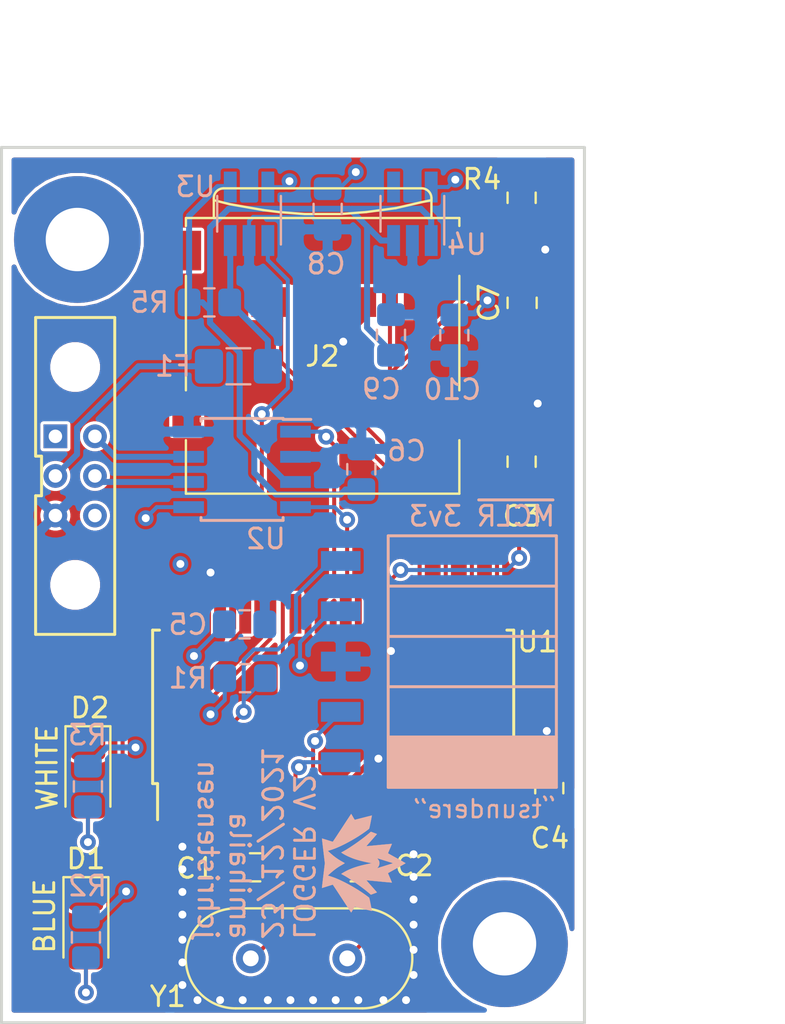
<source format=kicad_pcb>
(kicad_pcb (version 20171130) (host pcbnew 5.1.10)
  (layers (0 F.Cu signal) (31 B.Cu signal) (34 B.Paste user) (35 F.Paste user hide) (36 B.SilkS user) (37 F.SilkS user) (38 B.Mask user) (39 F.Mask user) (44 Edge.Cuts user))
  (net 0 "")
  (net 1 GND)
  (net 2 +3V3)
  (net 3 "Net-(C3-Pad1)")
  (net 4 /OSC1)
  (net 5 /OSC2)
  (net 6 +5V)
  (net 7 "Net-(D1-Pad2)")
  (net 8 "Net-(D1-Pad1)")
  (net 9 "Net-(D2-Pad1)")
  (net 10 "Net-(D2-Pad2)")
  (net 11 "Net-(F1-Pad1)")
  (net 12 "Net-(F1-Pad2)")
  (net 13 /ICSPDAT)
  (net 14 /~MCLR)
  (net 15 /ICSPCLK)
  (net 16 "Net-(J2-Pad9)")
  (net 17 "Net-(J2-Pad8)")
  (net 18 "Net-(J2-Pad1)")
  (net 19 CANL)
  (net 20 CANH)
  (net 21 CURR_AMP)
  (net 22 "Net-(U1-Pad5)")
  (net 23 /CANTX)
  (net 24 /CANRX)
  (net 25 /SD1_CS)
  (net 26 /SD1_MOSI)
  (net 27 /SD1_SCLK)
  (net 28 /SD1_MISO)
  (net 29 "Net-(U1-Pad23)")
  (net 30 "Net-(U1-Pad26)")
  (net 31 "Net-(U1-Pad2)")
  (net 32 "Net-(U1-Pad4)")
  (net 33 "Net-(U1-Pad11)")
  (net 34 "Net-(U1-Pad12)")
  (net 35 "Net-(U1-Pad14)")
  (net 36 "Net-(J3-Pad1)")
  (net 37 "Net-(U4-Pad4)")
  (module Capacitor_SMD:C_0805_2012Metric_Pad1.18x1.45mm_HandSolder (layer F.Cu) (at 150.2664 71.3447 90)
    (fp_text reference C7 (at 0 -1.68 90) (layer F.SilkS))
    (fp_text value 4.7uF)
    (pad 2 smd roundrect (at 1.0375 0 90) (size 1.175 1.45) (layers F.Cu F.Paste F.Mask) (roundrect_rratio 0.212766) (net 1 GND))
    (pad 1 smd roundrect (at -1.0375 0 90) (size 1.175 1.45) (layers F.Cu F.Paste F.Mask) (roundrect_rratio 0.212766) (net 2 +3V3))
  )
  (module canhw_footprints:connector_Harwin_M80-5000642 (layer F.Cu) (at 127.6764 80.0862 270)
    (fp_text reference J3 hide)
    (fp_text value "CAN CONN")
    (pad "" np_thru_hole circle (at -5.5 0 270) (size 2.2 2.2) (drill 2.2) (layers *.Cu *.Mask))
    (pad "" np_thru_hole circle (at 5.5 0 270) (size 2.2 2.2) (drill 2.2) (layers *.Cu *.Mask))
    (pad 4 thru_hole circle (at -2 -1 270) (size 1.2 1.2) (drill 0.68) (layers *.Cu *.Mask) (net 20 CANH))
    (pad 5 thru_hole circle (at 0 -1 270) (size 1.2 1.2) (drill 0.68) (layers *.Cu *.Mask) (net 19 CANL))
    (pad 6 thru_hole circle (at 2 -1 270) (size 1.2 1.2) (drill 0.68) (layers *.Cu *.Mask))
    (pad 3 thru_hole circle (at 2 1 270) (size 1.2 1.2) (drill 0.68) (layers *.Cu *.Mask) (net 1 GND))
    (pad 1 thru_hole rect (at -2 1 270) (size 1.2 1.2) (drill 0.68) (layers *.Cu *.Mask) (net 36 "Net-(J3-Pad1)"))
    (pad 2 thru_hole circle (at 0 1 270) (size 1.2 1.2) (drill 0.68) (layers *.Cu *.Mask) (net 12 "Net-(F1-Pad2)"))
  )
  (module Crystal:Crystal_HC49-4H_Vertical (layer F.Cu) (at 136.5504 104.4448)
    (fp_text reference Y1 (at -4.191 1.9304) (layer F.SilkS))
    (fp_text value Crystal)
    (pad 2 thru_hole circle (at 4.88 0) (size 1.5 1.5) (drill 0.8) (layers *.Cu *.Mask) (net 5 /OSC2))
    (pad 1 thru_hole circle (at 0 0) (size 1.5 1.5) (drill 0.8) (layers *.Cu *.Mask) (net 4 /OSC1))
  )
  (module MountingHole:MountingHole_3.2mm_M3_Pad (layer F.Cu) (at 127.7874 68.1482)
    (fp_text reference REF** hide)
    (fp_text value MountingHole_3.2mm_M3_Pad)
    (pad 1 thru_hole circle (at 0 0) (size 6.4 6.4) (drill 3.2) (layers *.Cu *.Mask))
  )
  (module Resistor_SMD:R_0805_2012Metric_Pad1.15x1.40mm_HandSolder (layer B.Cu) (at 128.2192 103.387 270)
    (fp_text reference R2 (at -2.5998 -0.0762 180) (layer B.SilkS) (effects (justify mirror)))
    (fp_text value 160R)
    (pad 2 smd roundrect (at 1.025 0 270) (size 1.15 1.4) (layers B.Cu B.Paste B.Mask) (roundrect_rratio 0.217391) (net 7 "Net-(D1-Pad2)"))
    (pad 1 smd roundrect (at -1.025 0 270) (size 1.15 1.4) (layers B.Cu B.Paste B.Mask) (roundrect_rratio 0.217391) (net 2 +3V3))
  )
  (module Resistor_SMD:R_0805_2012Metric_Pad1.15x1.40mm_HandSolder (layer B.Cu) (at 128.3208 95.767 270)
    (fp_text reference R3 (at -2.5998 0.0254 180) (layer B.SilkS) (effects (justify mirror)))
    (fp_text value 160R)
    (pad 1 smd roundrect (at -1.025 0 270) (size 1.15 1.4) (layers B.Cu B.Paste B.Mask) (roundrect_rratio 0.217391) (net 2 +3V3))
    (pad 2 smd roundrect (at 1.025 0 270) (size 1.15 1.4) (layers B.Cu B.Paste B.Mask) (roundrect_rratio 0.217391) (net 10 "Net-(D2-Pad2)"))
  )
  (module Resistor_SMD:R_0805_2012Metric_Pad1.15x1.40mm_HandSolder (layer B.Cu) (at 134.4586 71.3232)
    (fp_text reference R5 (at -3.0226 0) (layer B.SilkS) (effects (justify mirror)))
    (fp_text value 62mR)
    (pad 2 smd roundrect (at 1.025 0) (size 1.15 1.4) (layers B.Cu B.Paste B.Mask) (roundrect_rratio 0.217391) (net 11 "Net-(F1-Pad1)"))
    (pad 1 smd roundrect (at -1.025 0) (size 1.15 1.4) (layers B.Cu B.Paste B.Mask) (roundrect_rratio 0.217391) (net 6 +5V))
  )
  (module Package_TO_SOT_SMD:SOT-23-5_HandSoldering (layer B.Cu) (at 144.719 66.849 90)
    (fp_text reference U4 (at -1.5532 2.7534 180) (layer B.SilkS) (effects (justify mirror)))
    (fp_text value MIC5504-3.3YM5)
    (pad 1 smd rect (at -1.35 0.95 90) (size 1.56 0.65) (layers B.Cu B.Paste B.Mask) (net 6 +5V))
    (pad 2 smd rect (at -1.35 0 90) (size 1.56 0.65) (layers B.Cu B.Paste B.Mask) (net 1 GND))
    (pad 3 smd rect (at -1.35 -0.95 90) (size 1.56 0.65) (layers B.Cu B.Paste B.Mask) (net 6 +5V))
    (pad 4 smd rect (at 1.35 -0.95 90) (size 1.56 0.65) (layers B.Cu B.Paste B.Mask) (net 37 "Net-(U4-Pad4)"))
    (pad 5 smd rect (at 1.35 0.95 90) (size 1.56 0.65) (layers B.Cu B.Paste B.Mask) (net 2 +3V3))
  )
  (module Resistor_SMD:R_0805_2012Metric_Pad1.15x1.40mm_HandSolder (layer F.Cu) (at 150.241 66.04 270)
    (fp_text reference R4 (at -0.9398 2.0066) (layer F.SilkS))
    (fp_text value 10k)
    (pad 2 smd roundrect (at 1.025 0 270) (size 1.15 1.4) (layers F.Cu F.Paste F.Mask) (roundrect_rratio 0.217391) (net 28 /SD1_MISO))
    (pad 1 smd roundrect (at -1.025 0 270) (size 1.15 1.4) (layers F.Cu F.Paste F.Mask) (roundrect_rratio 0.217391) (net 2 +3V3))
  )
  (module Fuse:Fuse_1206_3216Metric_Pad1.42x1.75mm_HandSolder (layer B.Cu) (at 135.9265 74.549 180)
    (fp_text reference F1 (at 3.3131 0 180) (layer B.SilkS) (effects (justify mirror)))
    (fp_text value "Polyfuse 350mA")
    (pad 1 smd roundrect (at -1.4875 0 180) (size 1.425 1.75) (layers B.Cu B.Paste B.Mask) (roundrect_rratio 0.175439) (net 11 "Net-(F1-Pad1)"))
    (pad 2 smd roundrect (at 1.4875 0 180) (size 1.425 1.75) (layers B.Cu B.Paste B.Mask) (roundrect_rratio 0.175439) (net 12 "Net-(F1-Pad2)"))
  )
  (module Capacitor_SMD:C_0805_2012Metric_Pad1.15x1.40mm_HandSolder (layer B.Cu) (at 136.2366 87.5792 180)
    (fp_text reference C5 (at 2.8612 -0.01 180) (layer B.SilkS) (effects (justify mirror)))
    (fp_text value 0.1uF)
    (pad 1 smd roundrect (at -1.025 0 180) (size 1.15 1.4) (layers B.Cu B.Paste B.Mask) (roundrect_rratio 0.217391) (net 1 GND))
    (pad 2 smd roundrect (at 1.025 0 180) (size 1.15 1.4) (layers B.Cu B.Paste B.Mask) (roundrect_rratio 0.217391) (net 2 +3V3))
  )
  (module Capacitor_SMD:C_0805_2012Metric_Pad1.15x1.40mm_HandSolder (layer F.Cu) (at 151.638 95.8506 90)
    (fp_text reference C4 (at -2.5236 0.0254 180) (layer F.SilkS))
    (fp_text value 0.1uF)
    (pad 1 smd roundrect (at -1.025 0 90) (size 1.15 1.4) (layers F.Cu F.Paste F.Mask) (roundrect_rratio 0.217391) (net 2 +3V3))
    (pad 2 smd roundrect (at 1.025 0 90) (size 1.15 1.4) (layers F.Cu F.Paste F.Mask) (roundrect_rratio 0.217391) (net 1 GND))
  )
  (module Capacitor_SMD:C_0805_2012Metric_Pad1.15x1.40mm_HandSolder (layer F.Cu) (at 150.241 79.366 90)
    (fp_text reference C3 (at -2.7522 0.0254 180) (layer F.SilkS))
    (fp_text value 10uF)
    (pad 1 smd roundrect (at -1.025 0 90) (size 1.15 1.4) (layers F.Cu F.Paste F.Mask) (roundrect_rratio 0.217391) (net 3 "Net-(C3-Pad1)"))
    (pad 2 smd roundrect (at 1.025 0 90) (size 1.15 1.4) (layers F.Cu F.Paste F.Mask) (roundrect_rratio 0.217391) (net 1 GND))
  )
  (module Package_TO_SOT_SMD:SOT-23-5_HandSoldering (layer B.Cu) (at 136.464 66.849 90)
    (fp_text reference U3 (at 1.3678 -2.7076) (layer B.SilkS) (effects (justify mirror)))
    (fp_text value INA180)
    (pad 1 smd rect (at -1.35 0.95 90) (size 1.56 0.65) (layers B.Cu B.Paste B.Mask) (net 21 CURR_AMP))
    (pad 2 smd rect (at -1.35 0 90) (size 1.56 0.65) (layers B.Cu B.Paste B.Mask) (net 1 GND))
    (pad 3 smd rect (at -1.35 -0.95 90) (size 1.56 0.65) (layers B.Cu B.Paste B.Mask) (net 11 "Net-(F1-Pad1)"))
    (pad 4 smd rect (at 1.35 -0.95 90) (size 1.56 0.65) (layers B.Cu B.Paste B.Mask) (net 6 +5V))
    (pad 5 smd rect (at 1.35 0.95 90) (size 1.56 0.65) (layers B.Cu B.Paste B.Mask) (net 2 +3V3))
  )
  (module Capacitor_SMD:C_0805_2012Metric_Pad1.15x1.40mm_HandSolder (layer B.Cu) (at 142.1384 79.747 90)
    (fp_text reference C6 (at 0.9308 2.286 180) (layer B.SilkS) (effects (justify mirror)))
    (fp_text value 10uF)
    (pad 1 smd roundrect (at -1.025 0 90) (size 1.15 1.4) (layers B.Cu B.Paste B.Mask) (roundrect_rratio 0.217391) (net 6 +5V))
    (pad 2 smd roundrect (at 1.025 0 90) (size 1.15 1.4) (layers B.Cu B.Paste B.Mask) (roundrect_rratio 0.217391) (net 1 GND))
  )
  (module Package_SO:SOIC-8_3.9x4.9mm_P1.27mm (layer B.Cu) (at 136.111 79.756 180)
    (fp_text reference U2 (at -1.2014 -3.5052 180) (layer B.SilkS) (effects (justify mirror)))
    (fp_text value MCP2562)
    (pad 1 smd rect (at -2.7 1.905 180) (size 1.55 0.6) (layers B.Cu B.Paste B.Mask) (net 23 /CANTX))
    (pad 2 smd rect (at -2.7 0.635 180) (size 1.55 0.6) (layers B.Cu B.Paste B.Mask) (net 1 GND))
    (pad 3 smd rect (at -2.7 -0.635 180) (size 1.55 0.6) (layers B.Cu B.Paste B.Mask) (net 6 +5V))
    (pad 4 smd rect (at -2.7 -1.905 180) (size 1.55 0.6) (layers B.Cu B.Paste B.Mask) (net 24 /CANRX))
    (pad 5 smd rect (at 2.7 -1.905 180) (size 1.55 0.6) (layers B.Cu B.Paste B.Mask) (net 2 +3V3))
    (pad 6 smd rect (at 2.7 -0.635 180) (size 1.55 0.6) (layers B.Cu B.Paste B.Mask) (net 19 CANL))
    (pad 7 smd rect (at 2.7 0.635 180) (size 1.55 0.6) (layers B.Cu B.Paste B.Mask) (net 20 CANH))
    (pad 8 smd rect (at 2.7 1.905 180) (size 1.55 0.6) (layers B.Cu B.Paste B.Mask) (net 1 GND))
  )
  (module Capacitor_SMD:C_0805_2012Metric_Pad1.15x1.40mm_HandSolder (layer B.Cu) (at 146.8374 72.9832 90)
    (fp_text reference C10 (at -2.7432 -0.1016) (layer B.SilkS) (effects (justify mirror)))
    (fp_text value 4.7uF)
    (pad 1 smd roundrect (at -1.025 0 90) (size 1.15 1.4) (layers B.Cu B.Paste B.Mask) (roundrect_rratio 0.217391) (net 1 GND))
    (pad 2 smd roundrect (at 1.025 0 90) (size 1.15 1.4) (layers B.Cu B.Paste B.Mask) (roundrect_rratio 0.217391) (net 2 +3V3))
  )
  (module Capacitor_SMD:C_0805_2012Metric_Pad1.15x1.40mm_HandSolder (layer B.Cu) (at 143.637 72.9652 270)
    (fp_text reference C9 (at 2.7342 0.4826) (layer B.SilkS) (effects (justify mirror)))
    (fp_text value 4.7uF)
    (pad 2 smd roundrect (at 1.025 0 270) (size 1.15 1.4) (layers B.Cu B.Paste B.Mask) (roundrect_rratio 0.217391) (net 6 +5V))
    (pad 1 smd roundrect (at -1.025 0 270) (size 1.15 1.4) (layers B.Cu B.Paste B.Mask) (roundrect_rratio 0.217391) (net 1 GND))
  )
  (module Capacitor_SMD:C_0805_2012Metric_Pad1.15x1.40mm_HandSolder (layer F.Cu) (at 136.77 99.8474 180)
    (fp_text reference C1 (at 3.0136 -0.0508) (layer F.SilkS))
    (fp_text value 27pF)
    (pad 1 smd roundrect (at -1.025 0 180) (size 1.15 1.4) (layers F.Cu F.Paste F.Mask) (roundrect_rratio 0.217391) (net 4 /OSC1))
    (pad 2 smd roundrect (at 1.025 0 180) (size 1.15 1.4) (layers F.Cu F.Paste F.Mask) (roundrect_rratio 0.217391) (net 1 GND))
  )
  (module Capacitor_SMD:C_0805_2012Metric_Pad1.15x1.40mm_HandSolder (layer F.Cu) (at 141.859 99.8474 180)
    (fp_text reference C2 (at -2.9464 0.0762) (layer F.SilkS))
    (fp_text value 27pF)
    (pad 2 smd roundrect (at 1.025 0 180) (size 1.15 1.4) (layers F.Cu F.Paste F.Mask) (roundrect_rratio 0.217391) (net 1 GND))
    (pad 1 smd roundrect (at -1.025 0 180) (size 1.15 1.4) (layers F.Cu F.Paste F.Mask) (roundrect_rratio 0.217391) (net 5 /OSC2))
  )
  (module Capacitor_SMD:C_0805_2012Metric_Pad1.15x1.40mm_HandSolder (layer B.Cu) (at 140.4366 66.6078 90)
    (fp_text reference C8 (at -2.7776 -0.0762) (layer B.SilkS) (effects (justify mirror)))
    (fp_text value 0.1uF)
    (pad 2 smd roundrect (at 1.025 0 90) (size 1.15 1.4) (layers B.Cu B.Paste B.Mask) (roundrect_rratio 0.217391) (net 2 +3V3))
    (pad 1 smd roundrect (at -1.025 0 90) (size 1.15 1.4) (layers B.Cu B.Paste B.Mask) (roundrect_rratio 0.217391) (net 1 GND))
  )
  (module LED_SMD:LED_1206_3216Metric_Pad1.42x1.75mm_HandSolder (layer F.Cu) (at 128.2192 102.8049 270)
    (fp_text reference D1 (at -3.3875 0) (layer F.SilkS))
    (fp_text value DEBUG1)
    (pad 2 smd roundrect (at 1.4875 0 270) (size 1.425 1.75) (layers F.Cu F.Paste F.Mask) (roundrect_rratio 0.175439) (net 7 "Net-(D1-Pad2)"))
    (pad 1 smd roundrect (at -1.4875 0 270) (size 1.425 1.75) (layers F.Cu F.Paste F.Mask) (roundrect_rratio 0.175439) (net 8 "Net-(D1-Pad1)"))
  )
  (module LED_SMD:LED_1206_3216Metric_Pad1.42x1.75mm_HandSolder (layer F.Cu) (at 128.3208 95.1849 270)
    (fp_text reference D2 (at -3.3875 -0.1) (layer F.SilkS))
    (fp_text value DEBUG2)
    (pad 1 smd roundrect (at -1.4875 0 270) (size 1.425 1.75) (layers F.Cu F.Paste F.Mask) (roundrect_rratio 0.175439) (net 9 "Net-(D2-Pad1)"))
    (pad 2 smd roundrect (at 1.4875 0 270) (size 1.425 1.75) (layers F.Cu F.Paste F.Mask) (roundrect_rratio 0.175439) (net 10 "Net-(D2-Pad2)"))
  )
  (module Resistor_SMD:R_0805_2012Metric_Pad1.15x1.40mm_HandSolder (layer B.Cu) (at 136.262 90.297)
    (fp_text reference R1 (at -2.8866 0) (layer B.SilkS) (effects (justify mirror)))
    (fp_text value 10K)
    (pad 1 smd roundrect (at -1.025 0) (size 1.15 1.4) (layers B.Cu B.Paste B.Mask) (roundrect_rratio 0.217391) (net 2 +3V3))
    (pad 2 smd roundrect (at 1.025 0) (size 1.15 1.4) (layers B.Cu B.Paste B.Mask) (roundrect_rratio 0.217391) (net 14 /~MCLR))
  )
  (module Package_SO:SOIC-28W_7.5x17.9mm_P1.27mm (layer F.Cu) (at 140.716 91.7448 90)
    (fp_text reference U1 (at 3.2766 10.3124 180) (layer F.SilkS))
    (fp_text value DSPIC33EP512GP502)
    (pad 1 smd rect (at -4.7 -8.255 90) (size 2 0.6) (layers F.Cu F.Paste F.Mask) (net 14 /~MCLR))
    (pad 2 smd rect (at -4.7 -6.985 90) (size 2 0.6) (layers F.Cu F.Paste F.Mask) (net 31 "Net-(U1-Pad2)"))
    (pad 3 smd rect (at -4.7 -5.715 90) (size 2 0.6) (layers F.Cu F.Paste F.Mask) (net 21 CURR_AMP))
    (pad 4 smd rect (at -4.7 -4.445 90) (size 2 0.6) (layers F.Cu F.Paste F.Mask) (net 32 "Net-(U1-Pad4)"))
    (pad 5 smd rect (at -4.7 -3.175 90) (size 2 0.6) (layers F.Cu F.Paste F.Mask) (net 22 "Net-(U1-Pad5)"))
    (pad 6 smd rect (at -4.7 -1.905 90) (size 2 0.6) (layers F.Cu F.Paste F.Mask) (net 15 /ICSPCLK))
    (pad 7 smd rect (at -4.7 -0.635 90) (size 2 0.6) (layers F.Cu F.Paste F.Mask) (net 13 /ICSPDAT))
    (pad 8 smd rect (at -4.7 0.635 90) (size 2 0.6) (layers F.Cu F.Paste F.Mask) (net 1 GND))
    (pad 9 smd rect (at -4.7 1.905 90) (size 2 0.6) (layers F.Cu F.Paste F.Mask) (net 4 /OSC1))
    (pad 10 smd rect (at -4.7 3.175 90) (size 2 0.6) (layers F.Cu F.Paste F.Mask) (net 5 /OSC2))
    (pad 11 smd rect (at -4.7 4.445 90) (size 2 0.6) (layers F.Cu F.Paste F.Mask) (net 33 "Net-(U1-Pad11)"))
    (pad 12 smd rect (at -4.7 5.715 90) (size 2 0.6) (layers F.Cu F.Paste F.Mask) (net 34 "Net-(U1-Pad12)"))
    (pad 13 smd rect (at -4.7 6.985 90) (size 2 0.6) (layers F.Cu F.Paste F.Mask) (net 2 +3V3))
    (pad 14 smd rect (at -4.7 8.255 90) (size 2 0.6) (layers F.Cu F.Paste F.Mask) (net 35 "Net-(U1-Pad14)"))
    (pad 15 smd rect (at 4.7 8.255 90) (size 2 0.6) (layers F.Cu F.Paste F.Mask) (net 28 /SD1_MISO))
    (pad 16 smd rect (at 4.7 6.985 90) (size 2 0.6) (layers F.Cu F.Paste F.Mask) (net 27 /SD1_SCLK))
    (pad 17 smd rect (at 4.7 5.715 90) (size 2 0.6) (layers F.Cu F.Paste F.Mask) (net 26 /SD1_MOSI))
    (pad 18 smd rect (at 4.7 4.445 90) (size 2 0.6) (layers F.Cu F.Paste F.Mask) (net 25 /SD1_CS))
    (pad 19 smd rect (at 4.7 3.175 90) (size 2 0.6) (layers F.Cu F.Paste F.Mask) (net 1 GND))
    (pad 20 smd rect (at 4.7 1.905 90) (size 2 0.6) (layers F.Cu F.Paste F.Mask) (net 3 "Net-(C3-Pad1)"))
    (pad 21 smd rect (at 4.7 0.635 90) (size 2 0.6) (layers F.Cu F.Paste F.Mask) (net 24 /CANRX))
    (pad 22 smd rect (at 4.7 -0.635 90) (size 2 0.6) (layers F.Cu F.Paste F.Mask) (net 23 /CANTX))
    (pad 23 smd rect (at 4.7 -1.905 90) (size 2 0.6) (layers F.Cu F.Paste F.Mask) (net 29 "Net-(U1-Pad23)"))
    (pad 24 smd rect (at 4.7 -3.175 90) (size 2 0.6) (layers F.Cu F.Paste F.Mask) (net 8 "Net-(D1-Pad1)"))
    (pad 25 smd rect (at 4.7 -4.445 90) (size 2 0.6) (layers F.Cu F.Paste F.Mask) (net 9 "Net-(D2-Pad1)"))
    (pad 26 smd rect (at 4.7 -5.715 90) (size 2 0.6) (layers F.Cu F.Paste F.Mask) (net 30 "Net-(U1-Pad26)"))
    (pad 27 smd rect (at 4.7 -6.985 90) (size 2 0.6) (layers F.Cu F.Paste F.Mask) (net 1 GND))
    (pad 28 smd rect (at 4.7 -8.255 90) (size 2 0.6) (layers F.Cu F.Paste F.Mask) (net 2 +3V3))
  )
  (module canhw_footprints:PinHeader_5x2.54_SMD_90deg_952-3198-1-ND (layer B.Cu) (at 141.097 94.5388 90)
    (fp_text reference J1 hide)
    (fp_text value Programming)
    (pad 1 smd rect (at 0 0 90) (size 1 2) (layers B.Cu B.Paste B.Mask) (net 15 /ICSPCLK))
    (pad 2 smd rect (at 2.54 0 90) (size 1 2) (layers B.Cu B.Paste B.Mask) (net 13 /ICSPDAT))
    (pad 3 smd rect (at 5.08 0 90) (size 1 2) (layers B.Cu B.Paste B.Mask) (net 1 GND))
    (pad 4 smd rect (at 7.62 0 90) (size 1 2) (layers B.Cu B.Paste B.Mask) (net 2 +3V3))
    (pad 5 smd rect (at 10.16 0 90) (size 1 2) (layers B.Cu B.Paste B.Mask) (net 14 /~MCLR))
  )
  (module canhw_footprints:microSD_Molex_WM6698CT-ND (layer F.Cu) (at 147.066 68.707 180)
    (fp_text reference J2 (at 6.89399 -5.340486) (layer F.SilkS))
    (fp_text value Micro_SD_Card)
    (pad 1 smd rect (at 10.08 -2.6) (size 0.8 1.5) (layers F.Cu F.Paste F.Mask) (net 18 "Net-(J2-Pad1)"))
    (pad 2 smd rect (at 8.98 -2.6) (size 0.8 1.5) (layers F.Cu F.Paste F.Mask) (net 25 /SD1_CS))
    (pad 3 smd rect (at 7.87 -2.6) (size 0.8 1.5) (layers F.Cu F.Paste F.Mask) (net 26 /SD1_MOSI))
    (pad 4 smd rect (at 6.78 -2.6) (size 0.8 1.5) (layers F.Cu F.Paste F.Mask) (net 2 +3V3))
    (pad 5 smd rect (at 5.68 -2.61) (size 0.8 1.5) (layers F.Cu F.Paste F.Mask) (net 27 /SD1_SCLK))
    (pad 6 smd rect (at 4.58 -2.6) (size 0.8 1.5) (layers F.Cu F.Paste F.Mask) (net 1 GND))
    (pad 7 smd rect (at 3.48 -2.6) (size 0.8 1.5) (layers F.Cu F.Paste F.Mask) (net 28 /SD1_MISO))
    (pad 8 smd rect (at 2.38 -2.6) (size 0.8 1.5) (layers F.Cu F.Paste F.Mask) (net 17 "Net-(J2-Pad8)"))
    (pad 9 smd rect (at 0 -8.3) (size 1.45 2) (layers F.Cu F.Paste F.Mask) (net 16 "Net-(J2-Pad9)"))
    (pad 9 smd rect (at 13.75 -8.3) (size 1.45 2) (layers F.Cu F.Paste F.Mask) (net 16 "Net-(J2-Pad9)"))
    (pad 9 smd rect (at 13.75 0) (size 1.45 2) (layers F.Cu F.Paste F.Mask) (net 16 "Net-(J2-Pad9)"))
    (pad 9 smd rect (at 0 0) (size 1.45 2) (layers F.Cu F.Paste F.Mask) (net 16 "Net-(J2-Pad9)"))
  )
  (module MountingHole:MountingHole_3.2mm_M3_Pad (layer F.Cu) (at 149.3774 103.7082)
    (fp_text reference REF** hide)
    (fp_text value MountingHole_3.2mm_M3_Pad)
    (pad 1 thru_hole circle (at 0 0) (size 6.4 6.4) (drill 3.2) (layers *.Cu *.Mask))
  )
  (module Team_Logo:Logo_SilkScreen_5mm (layer B.Cu) (at 142.2654 99.6442 90)
    (fp_text reference G*** hide)
    (fp_text value LOGO hide)
  )
  (gr_text “tsundere” (at 148.3614 96.901) (layer B.SilkS) (effects (font (size 0.9 0.9) (thickness 0.13)) (justify mirror)))
  (gr_text "LOGGER V2\n23/12/2021\namihaila\njchristensen" (at 136.8044 103.5812 -90) (layer B.SilkS) (effects (font (size 1 1)) (justify left mirror)))
  (gr_text "~MCLR~ 3v3" (at 148.2344 82.1182) (layer B.SilkS) (effects (font (size 1 1)) (justify mirror)))
  (gr_text BLUE (at 126.1364 102.3112 90) (layer F.SilkS) (effects (font (size 1 1))))
  (gr_text WHITE (at 126.2634 94.8182 90) (layer F.SilkS) (effects (font (size 1 1))))
  (gr_line (start 123.952 107.696) (end 123.952 63.5) (layer Edge.Cuts) (width 0.15))
  (gr_line (start 153.416 107.696) (end 123.952 107.696) (layer Edge.Cuts) (width 0.15))
  (gr_line (start 153.416 63.5) (end 153.416 107.696) (layer Edge.Cuts) (width 0.15))
  (gr_line (start 123.952 63.5) (end 153.416 63.5) (layer Edge.Cuts) (width 0.15))
  (via (at 133.096 98.806) (size 0.8) (drill 0.4) (layers F.Cu B.Cu) (net 1))
  (via (at 133.096 99.949) (size 0.8) (drill 0.4) (layers F.Cu B.Cu) (net 1))
  (via (at 133.096 101.092) (size 0.8) (drill 0.4) (layers F.Cu B.Cu) (net 1))
  (via (at 133.096 102.235) (size 0.8) (drill 0.4) (layers F.Cu B.Cu) (net 1))
  (via (at 133.096 103.505) (size 0.8) (drill 0.4) (layers F.Cu B.Cu) (net 1))
  (via (at 133.096 104.648) (size 0.8) (drill 0.4) (layers F.Cu B.Cu) (net 1))
  (via (at 133.096 105.791) (size 0.8) (drill 0.4) (layers F.Cu B.Cu) (net 1))
  (via (at 133.858 106.553) (size 0.8) (drill 0.4) (layers F.Cu B.Cu) (net 1))
  (segment (start 133.858 106.68) (end 133.858 106.553) (width 0.3048) (layer B.Cu) (net 1))
  (via (at 136.144 106.553) (size 0.8) (drill 0.4) (layers F.Cu B.Cu) (net 1))
  (via (at 137.414 106.553) (size 0.8) (drill 0.4) (layers F.Cu B.Cu) (net 1))
  (via (at 138.557 106.553) (size 0.8) (drill 0.4) (layers F.Cu B.Cu) (net 1))
  (via (at 139.7 106.553) (size 0.8) (drill 0.4) (layers F.Cu B.Cu) (net 1))
  (via (at 140.843 106.553) (size 0.8) (drill 0.4) (layers F.Cu B.Cu) (net 1))
  (via (at 141.986 106.553) (size 0.8) (drill 0.4) (layers F.Cu B.Cu) (net 1))
  (via (at 143.256 106.553) (size 0.8) (drill 0.4) (layers F.Cu B.Cu) (net 1))
  (via (at 144.399 106.553) (size 0.8) (drill 0.4) (layers F.Cu B.Cu) (net 1))
  (via (at 144.78 105.283) (size 0.8) (drill 0.4) (layers F.Cu B.Cu) (net 1))
  (via (at 144.78 104.013) (size 0.8) (drill 0.4) (layers F.Cu B.Cu) (net 1))
  (via (at 144.78 102.743) (size 0.8) (drill 0.4) (layers F.Cu B.Cu) (net 1))
  (via (at 144.78 101.473) (size 0.8) (drill 0.4) (layers F.Cu B.Cu) (net 1))
  (via (at 144.78 100.33) (size 0.8) (drill 0.4) (layers F.Cu B.Cu) (net 1))
  (via (at 144.78 99.187) (size 0.8) (drill 0.4) (layers F.Cu B.Cu) (net 1))
  (via (at 135.001 106.553) (size 0.8) (drill 0.4) (layers F.Cu B.Cu) (net 1))
  (via (at 143.002 94.361) (size 0.8) (drill 0.4) (layers F.Cu B.Cu) (net 1))
  (segment (start 142.7348 94.361) (end 143.002 94.361) (width 0.3048) (layer F.Cu) (net 1))
  (segment (start 141.351 95.7448) (end 142.7348 94.361) (width 0.3048) (layer F.Cu) (net 1))
  (segment (start 141.351 96.4448) (end 141.351 95.7448) (width 0.3048) (layer F.Cu) (net 1))
  (via (at 151.511 92.964) (size 0.8) (drill 0.4) (layers F.Cu B.Cu) (net 1))
  (segment (start 151.638 93.091) (end 151.511 92.964) (width 0.3048) (layer F.Cu) (net 1))
  (segment (start 151.638 94.8256) (end 151.638 93.091) (width 0.3048) (layer F.Cu) (net 1))
  (via (at 143.637 88.9254) (size 0.8) (drill 0.4) (layers F.Cu B.Cu) (net 1))
  (segment (start 143.891 88.6714) (end 143.637 88.9254) (width 0.3048) (layer F.Cu) (net 1))
  (segment (start 143.891 87.0448) (end 143.891 88.6714) (width 0.3048) (layer F.Cu) (net 1))
  (via (at 134.5184 84.963) (size 0.8) (drill 0.4) (layers F.Cu B.Cu) (net 1))
  (segment (start 133.731 85.7504) (end 134.5184 84.963) (width 0.3048) (layer F.Cu) (net 1))
  (segment (start 133.731 87.0448) (end 133.731 85.7504) (width 0.3048) (layer F.Cu) (net 1))
  (segment (start 150.241 69.85) (end 151.4348 68.6562) (width 0.3048) (layer F.Cu) (net 1))
  (via (at 151.4348 68.6562) (size 0.8) (drill 0.4) (layers F.Cu B.Cu) (net 1))
  (segment (start 150.241 70.231) (end 150.241 69.85) (width 0.3048) (layer F.Cu) (net 1))
  (segment (start 150.241 77.2414) (end 151.0538 76.4286) (width 0.3048) (layer F.Cu) (net 1))
  (via (at 151.0538 76.4286) (size 0.8) (drill 0.4) (layers F.Cu B.Cu) (net 1))
  (segment (start 150.241 78.341) (end 150.241 77.2414) (width 0.3048) (layer F.Cu) (net 1))
  (segment (start 136.6746 67.0052) (end 139.6492 67.0052) (width 0.2032) (layer B.Cu) (net 1))
  (segment (start 136.464 68.199) (end 136.464 67.2158) (width 0.2032) (layer B.Cu) (net 1))
  (segment (start 139.6492 67.0052) (end 140.4366 67.7926) (width 0.2032) (layer B.Cu) (net 1))
  (segment (start 136.464 67.2158) (end 136.6746 67.0052) (width 0.2032) (layer B.Cu) (net 1))
  (via (at 141.224 73.3044) (size 0.8) (drill 0.4) (layers F.Cu B.Cu) (net 1))
  (segment (start 142.486 71.89) (end 141.224 73.152) (width 0.3048) (layer F.Cu) (net 1))
  (segment (start 141.224 73.152) (end 141.224 73.3044) (width 0.3048) (layer F.Cu) (net 1))
  (segment (start 142.486 71.307) (end 142.486 71.89) (width 0.3048) (layer F.Cu) (net 1))
  (via (at 134.5184 92.1258) (size 0.8) (drill 0.4) (layers F.Cu B.Cu) (net 2))
  (segment (start 135.237 91.4072) (end 134.5184 92.1258) (width 0.2032) (layer B.Cu) (net 2))
  (segment (start 135.237 90.297) (end 135.237 91.4072) (width 0.2032) (layer B.Cu) (net 2))
  (via (at 133.6802 89.1794) (size 0.8) (drill 0.4) (layers F.Cu B.Cu) (net 2))
  (segment (start 133.6802 89.1106) (end 133.6802 89.1794) (width 0.2032) (layer B.Cu) (net 2))
  (segment (start 135.2116 87.5792) (end 133.6802 89.1106) (width 0.2032) (layer B.Cu) (net 2))
  (via (at 130.2512 101.0666) (size 0.8) (drill 0.4) (layers F.Cu B.Cu) (net 2))
  (segment (start 128.9558 102.362) (end 130.2512 101.0666) (width 0.3048) (layer B.Cu) (net 2))
  (segment (start 128.2192 102.362) (end 128.9558 102.362) (width 0.3048) (layer B.Cu) (net 2))
  (via (at 132.9944 84.5312) (size 0.8) (drill 0.4) (layers F.Cu B.Cu) (net 2))
  (segment (start 132.461 85.0646) (end 132.9944 84.5312) (width 0.3048) (layer F.Cu) (net 2))
  (segment (start 132.461 87.0448) (end 132.461 85.0646) (width 0.3048) (layer F.Cu) (net 2))
  (via (at 148.5138 71.2216) (size 0.8) (drill 0.4) (layers F.Cu B.Cu) (net 2))
  (segment (start 147.8624 71.873) (end 148.5138 71.2216) (width 0.3048) (layer B.Cu) (net 2))
  (segment (start 147.066 71.873) (end 147.8624 71.873) (width 0.3048) (layer B.Cu) (net 2))
  (via (at 138.5062 65.2018) (size 0.8) (drill 0.4) (layers F.Cu B.Cu) (net 2))
  (segment (start 138.209 65.499) (end 138.5062 65.2018) (width 0.2032) (layer B.Cu) (net 2))
  (segment (start 137.414 65.499) (end 138.209 65.499) (width 0.2032) (layer B.Cu) (net 2))
  (via (at 141.859 64.7446) (size 0.8) (drill 0.4) (layers F.Cu B.Cu) (net 2))
  (segment (start 140.861 65.7426) (end 141.859 64.7446) (width 0.2032) (layer B.Cu) (net 2))
  (segment (start 140.4366 65.7426) (end 140.861 65.7426) (width 0.2032) (layer B.Cu) (net 2))
  (segment (start 146.5148 65.499) (end 146.8882 65.1256) (width 0.2032) (layer B.Cu) (net 2))
  (via (at 146.8882 65.1256) (size 0.8) (drill 0.4) (layers F.Cu B.Cu) (net 2))
  (segment (start 145.669 65.499) (end 146.5148 65.499) (width 0.2032) (layer B.Cu) (net 2))
  (via (at 139.0396 89.662) (size 0.8) (drill 0.4) (layers F.Cu B.Cu) (net 2))
  (segment (start 139.0396 88.4762) (end 139.0396 89.662) (width 0.2032) (layer B.Cu) (net 2))
  (segment (start 140.597 86.9188) (end 139.0396 88.4762) (width 0.2032) (layer B.Cu) (net 2))
  (segment (start 141.097 86.9188) (end 140.597 86.9188) (width 0.2032) (layer B.Cu) (net 2))
  (segment (start 131.8006 81.661) (end 131.2418 82.2198) (width 0.2032) (layer B.Cu) (net 2))
  (via (at 131.2418 82.2198) (size 0.8) (drill 0.4) (layers F.Cu B.Cu) (net 2))
  (segment (start 133.411 81.661) (end 131.8006 81.661) (width 0.2032) (layer B.Cu) (net 2))
  (segment (start 129.264302 93.798498) (end 130.162325 93.798498) (width 0.3048) (layer B.Cu) (net 2))
  (via (at 130.72801 93.798498) (size 0.8) (drill 0.4) (layers F.Cu B.Cu) (net 2))
  (segment (start 128.3208 94.742) (end 129.264302 93.798498) (width 0.3048) (layer B.Cu) (net 2))
  (segment (start 130.162325 93.798498) (end 130.72801 93.798498) (width 0.3048) (layer B.Cu) (net 2))
  (segment (start 144.1196 84.8462) (end 144.1196 84.836) (width 0.2032) (layer F.Cu) (net 3))
  (via (at 144.1196 84.836) (size 0.8) (drill 0.4) (layers F.Cu B.Cu) (net 3))
  (segment (start 142.621 86.3448) (end 144.1196 84.8462) (width 0.2032) (layer F.Cu) (net 3))
  (segment (start 142.621 87.0448) (end 142.621 86.3448) (width 0.2032) (layer F.Cu) (net 3))
  (via (at 150.114 84.2264) (size 0.8) (drill 0.4) (layers F.Cu B.Cu) (net 3))
  (segment (start 149.5044 84.836) (end 150.114 84.2264) (width 0.2032) (layer B.Cu) (net 3))
  (segment (start 144.1196 84.836) (end 149.5044 84.836) (width 0.2032) (layer B.Cu) (net 3))
  (segment (start 150.114 80.518) (end 150.241 80.391) (width 0.2032) (layer F.Cu) (net 3))
  (segment (start 150.114 84.2264) (end 150.114 80.518) (width 0.2032) (layer F.Cu) (net 3))
  (segment (start 141.2646 98.5012) (end 142.621 97.1448) (width 0.2032) (layer F.Cu) (net 4))
  (segment (start 142.621 97.1448) (end 142.621 96.4448) (width 0.2032) (layer F.Cu) (net 4))
  (segment (start 137.795 99.8474) (end 139.1412 98.5012) (width 0.2032) (layer F.Cu) (net 4))
  (segment (start 139.2428 98.5012) (end 141.2646 98.5012) (width 0.2032) (layer F.Cu) (net 4))
  (segment (start 139.1412 98.5012) (end 139.2428 98.5012) (width 0.2032) (layer F.Cu) (net 4))
  (segment (start 138.7348 99.0092) (end 139.2428 98.5012) (width 0.2032) (layer F.Cu) (net 4))
  (segment (start 136.652 104.4448) (end 138.7348 102.362) (width 0.2032) (layer F.Cu) (net 4))
  (segment (start 138.7348 102.362) (end 138.7348 99.0092) (width 0.2032) (layer F.Cu) (net 4))
  (segment (start 136.5504 104.4448) (end 136.652 104.4448) (width 0.2032) (layer F.Cu) (net 4))
  (segment (start 143.891 98.8404) (end 142.884 99.8474) (width 0.2032) (layer F.Cu) (net 5))
  (segment (start 142.180399 103.694801) (end 142.180399 103.691601) (width 0.2032) (layer F.Cu) (net 5))
  (segment (start 141.4304 104.4448) (end 142.180399 103.694801) (width 0.2032) (layer F.Cu) (net 5))
  (segment (start 143.891 101.981) (end 143.891 98.552) (width 0.2032) (layer F.Cu) (net 5))
  (segment (start 142.180399 103.691601) (end 143.891 101.981) (width 0.2032) (layer F.Cu) (net 5))
  (segment (start 143.891 98.552) (end 143.891 98.8404) (width 0.2032) (layer F.Cu) (net 5))
  (segment (start 143.891 96.4448) (end 143.891 98.552) (width 0.2032) (layer F.Cu) (net 5))
  (segment (start 143.1392 68.199) (end 143.769 68.199) (width 0.3048) (layer B.Cu) (net 6))
  (segment (start 141.8844 66.9442) (end 141.7168 66.7766) (width 0.3048) (layer B.Cu) (net 6))
  (segment (start 142.428 72.596) (end 142.428 67.4878) (width 0.3048) (layer B.Cu) (net 6))
  (segment (start 143.637 73.805) (end 142.428 72.596) (width 0.3048) (layer B.Cu) (net 6))
  (segment (start 142.428 67.4878) (end 143.1392 68.199) (width 0.3048) (layer B.Cu) (net 6))
  (segment (start 141.7168 66.7766) (end 142.428 67.4878) (width 0.3048) (layer B.Cu) (net 6))
  (segment (start 138.336 80.391) (end 138.811 80.391) (width 0.3048) (layer B.Cu) (net 6))
  (segment (start 141.3384 80.772) (end 141.0844 81.026) (width 0.3048) (layer B.Cu) (net 6))
  (segment (start 142.1384 80.772) (end 141.3384 80.772) (width 0.3048) (layer B.Cu) (net 6))
  (segment (start 141.0844 81.026) (end 137.8204 81.026) (width 0.3048) (layer B.Cu) (net 6))
  (segment (start 136.7282 79.9338) (end 136.7282 78.7832) (width 0.3048) (layer B.Cu) (net 6))
  (segment (start 137.8204 81.026) (end 136.7282 79.9338) (width 0.3048) (layer B.Cu) (net 6))
  (segment (start 136.7282 78.7832) (end 138.336 80.391) (width 0.3048) (layer B.Cu) (net 6))
  (segment (start 135.9916 78.0466) (end 136.7282 78.7832) (width 0.3048) (layer B.Cu) (net 6))
  (segment (start 134.493 72.3646) (end 135.9916 73.8632) (width 0.3048) (layer B.Cu) (net 6))
  (segment (start 135.9916 73.8632) (end 135.9916 78.0466) (width 0.3048) (layer B.Cu) (net 6))
  (segment (start 133.4336 70.5232) (end 133.4336 71.3232) (width 0.3048) (layer B.Cu) (net 6))
  (segment (start 133.4336 66.9496) (end 133.4336 70.5232) (width 0.3048) (layer B.Cu) (net 6))
  (segment (start 134.8842 65.499) (end 133.4336 66.9496) (width 0.3048) (layer B.Cu) (net 6))
  (segment (start 135.514 65.499) (end 134.8842 65.499) (width 0.3048) (layer B.Cu) (net 6))
  (segment (start 134.493 71.7076) (end 134.493 72.3646) (width 0.3048) (layer B.Cu) (net 6))
  (segment (start 134.1086 71.3232) (end 134.493 71.7076) (width 0.3048) (layer B.Cu) (net 6))
  (segment (start 133.4336 71.3232) (end 134.1086 71.3232) (width 0.3048) (layer B.Cu) (net 6))
  (segment (start 134.493 67.5386) (end 134.493 72.3646) (width 0.3048) (layer B.Cu) (net 6))
  (segment (start 135.43341 66.59819) (end 134.493 67.5386) (width 0.3048) (layer B.Cu) (net 6))
  (segment (start 141.53839 66.59819) (end 135.43341 66.59819) (width 0.3048) (layer B.Cu) (net 6))
  (segment (start 141.7168 66.7766) (end 141.53839 66.59819) (width 0.3048) (layer B.Cu) (net 6))
  (segment (start 145.669 67.1142) (end 145.669 68.199) (width 0.3048) (layer B.Cu) (net 6))
  (segment (start 145.1536 66.5988) (end 145.669 67.1142) (width 0.3048) (layer B.Cu) (net 6))
  (segment (start 141.6558 66.5988) (end 145.1536 66.5988) (width 0.3048) (layer B.Cu) (net 6))
  (segment (start 141.6558 66.7156) (end 141.6558 66.5988) (width 0.3048) (layer B.Cu) (net 6))
  (segment (start 141.7168 66.7766) (end 141.6558 66.7156) (width 0.3048) (layer B.Cu) (net 6))
  (via (at 128.2192 106.172) (size 0.8) (drill 0.4) (layers F.Cu B.Cu) (net 7))
  (segment (start 128.2192 104.2924) (end 128.2192 106.172) (width 0.2032) (layer F.Cu) (net 7))
  (segment (start 128.2192 106.172) (end 128.2192 104.412) (width 0.2032) (layer B.Cu) (net 7))
  (segment (start 137.541 87.7448) (end 137.541 87.0448) (width 0.2032) (layer F.Cu) (net 8))
  (segment (start 128.2192 101.3174) (end 130.0734 99.4632) (width 0.2032) (layer F.Cu) (net 8))
  (segment (start 130.0734 99.4632) (end 130.0734 93.0148) (width 0.2032) (layer F.Cu) (net 8))
  (segment (start 130.0734 93.0148) (end 131.9022 91.186) (width 0.2032) (layer F.Cu) (net 8))
  (segment (start 131.9022 91.186) (end 134.6708 91.186) (width 0.2032) (layer F.Cu) (net 8))
  (segment (start 137.541 88.3158) (end 137.541 87.0448) (width 0.2032) (layer F.Cu) (net 8))
  (segment (start 134.6708 91.186) (end 137.541 88.3158) (width 0.2032) (layer F.Cu) (net 8))
  (segment (start 128.3208 93.6974) (end 129.092147 92.926053) (width 0.2032) (layer F.Cu) (net 9))
  (segment (start 133.5156 90.5002) (end 136.271 87.7448) (width 0.2032) (layer F.Cu) (net 9))
  (segment (start 128.3208 93.6974) (end 131.518 90.5002) (width 0.2032) (layer F.Cu) (net 9))
  (segment (start 136.271 87.7448) (end 136.271 87.0448) (width 0.2032) (layer F.Cu) (net 9))
  (segment (start 131.518 90.5002) (end 133.5156 90.5002) (width 0.2032) (layer F.Cu) (net 9))
  (via (at 128.3208 98.5774) (size 0.8) (drill 0.4) (layers F.Cu B.Cu) (net 10))
  (segment (start 128.3208 96.792) (end 128.3208 98.5774) (width 0.2032) (layer B.Cu) (net 10))
  (segment (start 128.3208 98.5774) (end 128.3208 96.6724) (width 0.2032) (layer F.Cu) (net 10))
  (segment (start 135.514 71.2928) (end 135.4836 71.3232) (width 0.3048) (layer B.Cu) (net 11))
  (segment (start 135.514 68.199) (end 135.514 71.2928) (width 0.3048) (layer B.Cu) (net 11))
  (segment (start 137.414 73.2536) (end 137.414 74.549) (width 0.3048) (layer B.Cu) (net 11))
  (segment (start 135.4836 71.3232) (end 137.414 73.2536) (width 0.3048) (layer B.Cu) (net 11))
  (segment (start 130.873606 74.549) (end 134.439 74.549) (width 0.3048) (layer B.Cu) (net 12))
  (segment (start 127.770999 77.651607) (end 130.873606 74.549) (width 0.3048) (layer B.Cu) (net 12))
  (segment (start 127.770999 78.991601) (end 127.770999 77.651607) (width 0.3048) (layer B.Cu) (net 12))
  (segment (start 126.6764 80.0862) (end 127.770999 78.991601) (width 0.3048) (layer B.Cu) (net 12))
  (via (at 139.8016 93.472) (size 0.8) (drill 0.4) (layers F.Cu B.Cu) (net 13))
  (segment (start 139.8016 93.2942) (end 141.097 91.9988) (width 0.2032) (layer B.Cu) (net 13))
  (segment (start 139.8016 93.472) (end 139.8016 93.2942) (width 0.2032) (layer B.Cu) (net 13))
  (segment (start 139.7 93.5736) (end 139.8016 93.472) (width 0.2032) (layer F.Cu) (net 13))
  (segment (start 139.7 95.0976) (end 139.7 93.5736) (width 0.2032) (layer F.Cu) (net 13))
  (segment (start 140.1572 95.5548) (end 139.7 95.0976) (width 0.2032) (layer F.Cu) (net 13))
  (via (at 136.1948 91.9988) (size 0.8) (drill 0.4) (layers F.Cu B.Cu) (net 14))
  (segment (start 132.461 95.7448) (end 136.1948 92.011) (width 0.2032) (layer F.Cu) (net 14))
  (segment (start 136.1948 92.011) (end 136.1948 91.9988) (width 0.2032) (layer F.Cu) (net 14))
  (segment (start 132.461 96.4448) (end 132.461 95.7448) (width 0.2032) (layer F.Cu) (net 14))
  (segment (start 136.1948 91.3892) (end 137.287 90.297) (width 0.2032) (layer B.Cu) (net 14))
  (segment (start 136.1948 91.9988) (end 136.1948 91.3892) (width 0.2032) (layer B.Cu) (net 14))
  (segment (start 140.597 84.3788) (end 141.097 84.3788) (width 0.2032) (layer B.Cu) (net 14))
  (segment (start 138.8364 86.1394) (end 140.597 84.3788) (width 0.2032) (layer B.Cu) (net 14))
  (segment (start 138.8364 87.9348) (end 138.8364 86.1394) (width 0.2032) (layer B.Cu) (net 14))
  (segment (start 137.922 88.8492) (end 138.8364 87.9348) (width 0.2032) (layer B.Cu) (net 14))
  (segment (start 136.7028 88.8492) (end 137.922 88.8492) (width 0.2032) (layer B.Cu) (net 14))
  (segment (start 136.1948 89.3572) (end 136.7028 88.8492) (width 0.2032) (layer B.Cu) (net 14))
  (segment (start 136.1948 91.3892) (end 136.1948 89.3572) (width 0.2032) (layer B.Cu) (net 14))
  (segment (start 139.2428 94.5388) (end 138.9888 94.7928) (width 0.2032) (layer B.Cu) (net 15))
  (segment (start 138.811 94.9706) (end 138.9888 94.7928) (width 0.2032) (layer F.Cu) (net 15))
  (segment (start 138.811 96.4448) (end 138.811 94.9706) (width 0.2032) (layer F.Cu) (net 15))
  (segment (start 141.097 94.5388) (end 139.2428 94.5388) (width 0.2032) (layer B.Cu) (net 15))
  (via (at 138.9888 94.7928) (size 0.8) (drill 0.4) (layers F.Cu B.Cu) (net 15))
  (segment (start 128.9812 80.391) (end 128.6764 80.0862) (width 0.3048) (layer B.Cu) (net 19))
  (segment (start 133.411 80.391) (end 128.9812 80.391) (width 0.3048) (layer B.Cu) (net 19))
  (segment (start 129.7112 79.121) (end 128.6764 78.0862) (width 0.3048) (layer B.Cu) (net 20))
  (segment (start 133.411 79.121) (end 129.7112 79.121) (width 0.3048) (layer B.Cu) (net 20))
  (via (at 137.1092 76.962) (size 0.8) (drill 0.4) (layers F.Cu B.Cu) (net 21))
  (segment (start 137.414 69.1822) (end 138.423599 70.191799) (width 0.2032) (layer B.Cu) (net 21))
  (segment (start 137.414 68.199) (end 137.414 69.1822) (width 0.2032) (layer B.Cu) (net 21))
  (segment (start 138.423599 70.191799) (end 138.423599 75.647601) (width 0.2032) (layer B.Cu) (net 21))
  (segment (start 138.423599 75.647601) (end 137.509199 76.562001) (width 0.2032) (layer B.Cu) (net 21))
  (segment (start 137.509199 76.562001) (end 137.1092 76.962) (width 0.2032) (layer B.Cu) (net 21))
  (segment (start 138.169599 85.591599) (end 137.1092 84.5312) (width 0.2032) (layer F.Cu) (net 21))
  (segment (start 137.1092 84.5312) (end 137.1092 76.962) (width 0.2032) (layer F.Cu) (net 21))
  (segment (start 138.169599 91.497201) (end 138.169599 85.591599) (width 0.2032) (layer F.Cu) (net 21))
  (segment (start 135.001 94.6658) (end 138.169599 91.497201) (width 0.2032) (layer F.Cu) (net 21))
  (segment (start 135.001 96.4448) (end 135.001 94.6658) (width 0.2032) (layer F.Cu) (net 21))
  (via (at 140.3604 78.105) (size 0.8) (drill 0.4) (layers F.Cu B.Cu) (net 23))
  (segment (start 140.1064 77.851) (end 140.3604 78.105) (width 0.2032) (layer B.Cu) (net 23))
  (segment (start 138.811 77.851) (end 140.1064 77.851) (width 0.2032) (layer B.Cu) (net 23))
  (segment (start 140.3604 78.1304) (end 140.3604 78.105) (width 0.2032) (layer F.Cu) (net 23))
  (segment (start 140.7668 78.5368) (end 140.3604 78.1304) (width 0.2032) (layer F.Cu) (net 23))
  (segment (start 140.7668 85.852) (end 140.7668 78.5368) (width 0.2032) (layer F.Cu) (net 23))
  (segment (start 140.1572 86.4616) (end 140.7668 85.852) (width 0.2032) (layer F.Cu) (net 23))
  (via (at 141.42141 82.296) (size 0.8) (drill 0.4) (layers F.Cu B.Cu) (net 24))
  (segment (start 138.811 81.661) (end 140.78641 81.661) (width 0.2032) (layer B.Cu) (net 24))
  (segment (start 141.021411 81.896001) (end 141.42141 82.296) (width 0.2032) (layer B.Cu) (net 24))
  (segment (start 140.78641 81.661) (end 141.021411 81.896001) (width 0.2032) (layer B.Cu) (net 24))
  (segment (start 141.2748 86.7664) (end 141.42141 86.61979) (width 0.2032) (layer F.Cu) (net 24))
  (segment (start 141.42141 86.61979) (end 141.42141 82.861685) (width 0.2032) (layer F.Cu) (net 24))
  (segment (start 141.42141 82.861685) (end 141.42141 82.296) (width 0.2032) (layer F.Cu) (net 24))
  (segment (start 138.086 72.2602) (end 138.086 71.307) (width 0.2032) (layer F.Cu) (net 25))
  (segment (start 138.086 74.332) (end 138.086 72.2602) (width 0.2032) (layer F.Cu) (net 25))
  (segment (start 145.0848 81.3308) (end 138.086 74.332) (width 0.2032) (layer F.Cu) (net 25))
  (segment (start 145.0848 86.36) (end 145.0848 81.3308) (width 0.2032) (layer F.Cu) (net 25))
  (segment (start 145.2372 86.5124) (end 145.0848 86.36) (width 0.2032) (layer F.Cu) (net 25))
  (segment (start 139.196 72.2602) (end 139.196 71.307) (width 0.2032) (layer F.Cu) (net 26))
  (segment (start 139.196 74.426) (end 139.196 72.2602) (width 0.2032) (layer F.Cu) (net 26))
  (segment (start 146.4056 81.6356) (end 139.196 74.426) (width 0.2032) (layer F.Cu) (net 26))
  (segment (start 146.4056 86.5632) (end 146.4056 81.6356) (width 0.2032) (layer F.Cu) (net 26))
  (segment (start 141.386 72.097388) (end 141.386 71.317) (width 0.2032) (layer F.Cu) (net 27))
  (segment (start 140.569398 72.91399) (end 141.386 72.097388) (width 0.2032) (layer F.Cu) (net 27))
  (segment (start 140.569398 74.986598) (end 140.569398 72.91399) (width 0.2032) (layer F.Cu) (net 27))
  (segment (start 147.7264 86.4616) (end 147.7264 82.1436) (width 0.2032) (layer F.Cu) (net 27))
  (segment (start 147.7264 82.1436) (end 140.569398 74.986598) (width 0.2032) (layer F.Cu) (net 27))
  (segment (start 143.586 72.2602) (end 143.586 71.307) (width 0.2032) (layer F.Cu) (net 28))
  (segment (start 148.9964 82.6516) (end 143.586 77.2412) (width 0.2032) (layer F.Cu) (net 28))
  (segment (start 148.9964 86.4108) (end 148.9964 82.6516) (width 0.2032) (layer F.Cu) (net 28))
  (segment (start 148.8948 86.5124) (end 148.9964 86.4108) (width 0.2032) (layer F.Cu) (net 28))
  (segment (start 143.586 77.2412) (end 143.586 74.93) (width 0.2032) (layer F.Cu) (net 28))
  (segment (start 143.586 74.93) (end 143.586 72.2602) (width 0.2032) (layer F.Cu) (net 28))
  (segment (start 150.241 68.2752) (end 150.241 67.065) (width 0.2032) (layer F.Cu) (net 28))
  (segment (start 143.5862 74.93) (end 150.241 68.2752) (width 0.2032) (layer F.Cu) (net 28))
  (segment (start 143.586 74.93) (end 143.5862 74.93) (width 0.2032) (layer F.Cu) (net 28))
  (zone (net 1) (net_name GND) (layer F.Cu) (connect_pads (clearance 0.16)) (min_thickness 0.254) (fill yes (arc_segments 16) (thermal_gap 0.508) (thermal_bridge_width 0.508))
    (polygon (pts (xy 132.588 98.298) (xy 132.588 107.188) (xy 145.542 107.188) (xy 145.542 98.298)))
  )
  (zone (net 1) (net_name GND) (layer B.Cu) (connect_pads (clearance 0.16)) (min_thickness 0.254) (fill yes (arc_segments 16) (thermal_gap 0.508) (thermal_bridge_width 0.508))
    (polygon (pts (xy 124.46 107.188) (xy 152.908 107.188) (xy 152.908 64.008) (xy 124.46 64.008)))
  )
  (zone (net 2) (net_name +3V3) (layer F.Cu) (connect_pads (clearance 0.16)) (min_thickness 0.254) (fill yes (arc_segments 16) (thermal_gap 0.508) (thermal_bridge_width 0.508))
    (polygon (pts (xy 124.46 64.008) (xy 152.908 64.008) (xy 152.908 107.188) (xy 145.796 107.188) (xy 145.796 98.298) (xy 145.796 98.044) (xy 132.334 98.044) (xy 132.334 107.188) (xy 124.46 107.188)))
  )
)
</source>
